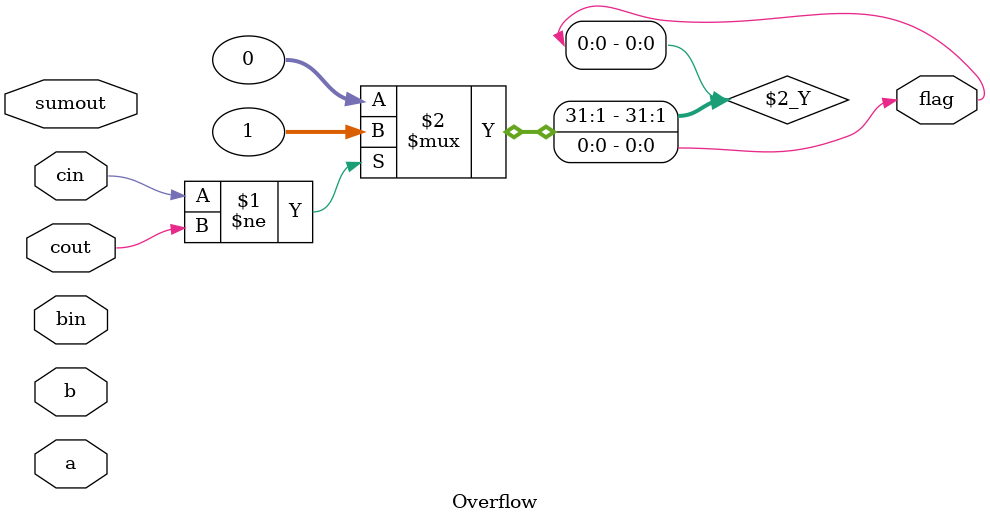
<source format=v>
/*
* NAME-1: Yenumula Venkat Kumar 
* Rollno: 191CS263 
* Date of Writing: 13-03-2021
FROM THE PREVIOUS ASSIGNMENT A2
*/

module mux2_1 (out, i0, i1, s0); 
    input i0, i1; 
    input s0;
    output out;
    reg out;
    always @( s0 or i0 or i1 )
        case ({ s0}) 
        1'b0 : out = i0;
        1'b1 : out = i1;
        // default: $display("Invalid control signals"); 
    endcase
endmodule

module mux4_1 (result, i0, i1, i2, i3, s); 
    input i0, i1, i2, i3; 
    input [1:0] s;
    output result;
    reg result;
    always @( s[0] or s[1] or i0 or i1 or i2 or i3 )
        case ({s[1],s[0]}) 
            2'b00 : result = i0;
            2'b01 : result = i1;
            2'b10 : result = i2;
            2'b11 : result = i3;
        // default: $display("Invalid control signals"); 
    endcase
endmodule

/* FULL ADDER AND SUBTRACTOR*/
module FAS(sum,carry_out,a,b,carry_in);
    input  a,b,carry_in;
    output sum, carry_out;

    assign sum = (~a & ~b & carry_in) | (~a & b & ~carry_in) | (a & ~b & ~carry_in) | (a & b & carry_in); 
    assign carry_out = (a & b) | (b & carry_in) | (carry_in & a); 
    
endmodule

module AND(and_out,input1,input2);
    input input1;
    input input2;
    output and_out;
    assign and_out = input1 & input2;
endmodule

module OR(or_out,input1,input2);
    input input1;
    input input2;
    output or_out;
    assign or_out = input1 | input2;
endmodule

module xor_behavioural(y,a,b);
    // I/o port declarations
    input a,b;
    output y;
	 
    // no net

    // behavioural 
	assign y = (~a & b) | (a & ~b);
    
endmodule

module ALU (alu_out,alu_carry_out,A,B,alu_carry_in,Operation);
    input A;
    input B;
    input alu_carry_in;
    input [3:0] Operation;
    output reg  alu_out;
    output wire  alu_carry_out;

    wire i0_1,i1_1;
    wire out1;
    assign i0_1 = A;
    assign i1_1 = ~A;
    mux2_1 m1(out1,i0_1,i1_1,Operation[3]);

    //MUX 2
    wire i0_2,i1_2;
    wire out2;
    assign i0_2 = B;
    assign i1_2 = ~B;
    mux2_1 m2(out2,i0_2,i1_2,Operation[2]);

    // AND
    wire and1,carry_outt,summ,sum_,carry_out_;
    //FAS addsub2(summ,carry_outt,out1,out2,alu_carry_in);
    //assign alu_carry_out = carry_outt;
    AND and_1(and1,out1,out2);

    wire or1;
    //FAS addsub3(sum_,carry_out_,out1,out2,alu_carry_in);
    //assign alu_carry_out = carry_out_;
    OR or_1(or1,out1,out2);

    // adder or subtractor
    wire sum, carry_out;
    FAS addsub1(sum,carry_out,out1,out2,alu_carry_in);
    assign alu_carry_out = carry_out;

    always @(*)
    begin
        case ({Operation[3], Operation[2],Operation[1],Operation[0]}) 
            4'b0000: alu_out = and1; //AND A.B
            4'b0001: alu_out = or1;  //OR
            4'b0010: alu_out = sum;  //ADD
            4'b0110: alu_out = sum;  //SUB
            4'b1101: alu_out = or1;  //NAND
            4'b1100: alu_out = and1; //NOR
            4'b0111: alu_out = sum;  //SLT
            // default: $display("Invalid control signals"); 
        endcase
    end
endmodule //ALU

/* n-bit ripple carry ALU */
module ALU_params(Alu_out,Alu_carry_out,A,B,Alu_carry_in,Operation);
    
    parameter N = 64;

    input [N-1:0] A,B;
    input Alu_carry_in;
    input [3:0] Operation;
    output [N-1:0] Alu_out;
    output Alu_carry_out;

    genvar i;

    wire [N:0] w;

    assign w[0] = Alu_carry_in;

    assign Alu_carry_out = w[N];
    // assign Setlt = set[0];
    generate for( i = 0; i< N; i=i+1)
	 //begin:
    begin: alu
        ALU alu(.alu_out(Alu_out[i]),.alu_carry_out(w[i+1]),.A(A[i]),.B(B[i]),.alu_carry_in(w[i]),.Operation(Operation));
    end
	 endgenerate
 
endmodule

module Zero_check(out,in);
    parameter N = 64; 
    input [N-1:0] in;
    output out; 
    assign out = in ? 0:1;
endmodule //ALU_tb

module SLT(out0,in0,coutt,overfg);
    input in0;
    input overfg;
    input coutt;
    wire w_1;
    output wire out0; 
    xor_behavioural xor_gate(w_1,in0,overfg);
    xor_behavioural xor_gate2(out0,w_1,coutt);
endmodule //ALU_tb

module Overflow(flag,a,b,bin,cin,cout,sumout);
    input a,b,bin,cout,cin,sumout;
    output flag;
    assign flag = (cin!=cout)?1:0;

endmodule //ALU_tb

</source>
